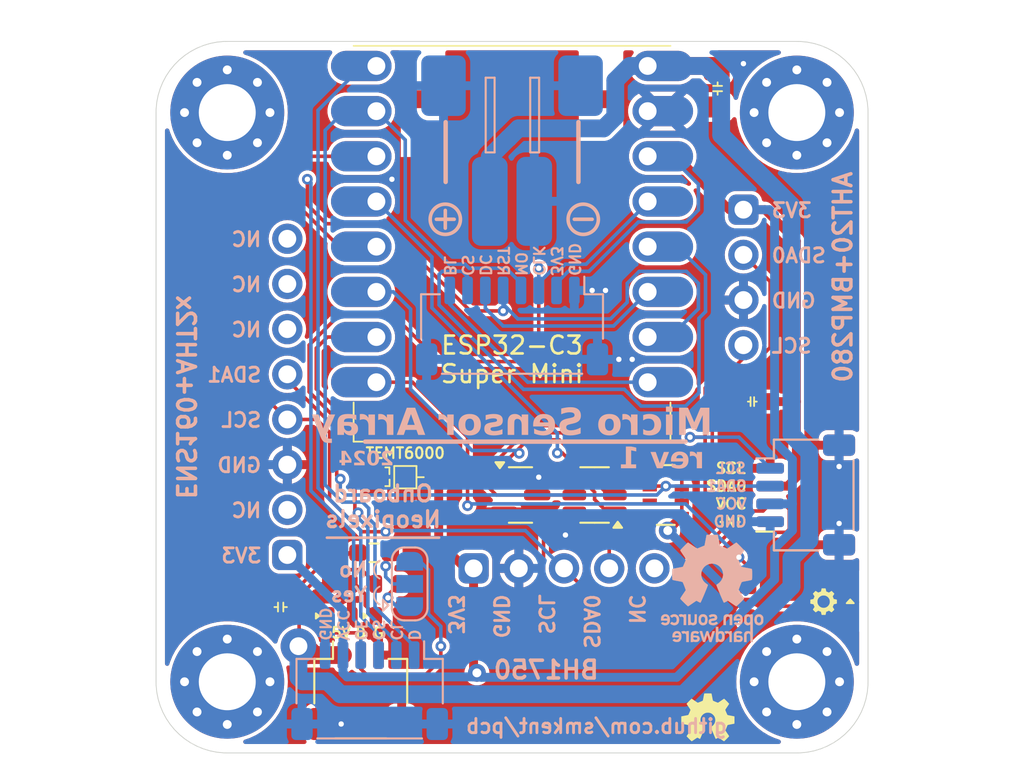
<source format=kicad_pcb>
(kicad_pcb (version 20240108) (generator "pcbnew") (generator_version "8.0")
  (layers (0 "F.Cu" signal) (31 "B.Cu" signal) (34 "B.Paste" user) (35 "F.Paste" user) (36 "B.SilkS" user "B.Silkscreen") (37 "F.SilkS" user "F.Silkscreen") (38 "B.Mask" user) (39 "F.Mask" user) (44 "Edge.Cuts" user))
  (net 0 "")
  (net 1 "LUX_SENSE")
  (net 2 "GND")
  (net 3 "+5V")
  (net 4 "Net-(LED1-A)")
  (net 5 "SEL")
  (net 6 "SDA")
  (net 7 "BUS1_SDA")
  (net 8 "BUS0_SDA")
  (net 9 "LED_STATUS")
  (net 10 "+3V3")
  (net 11 "SCL")
  (net 12 "NEOPIXEL_DATA")
  (net 13 "LCD_DC")
  (net 14 "SPI_MOSI")
  (net 15 "LCD_RESET")
  (net 16 "LCD_CS")
  (net 17 "SPI_CLK")
  (net 18 "LCD_BACKLIGHT")
  (net 19 "SR_CS")
  (net 20 "Net-(Q1A-G)")
  (net 28 "Net-(LED2-DOUT)")
  (net 29 "NEOPIXELS")
  (net 30 "Net-(JP1-C)")
  (net 31 "Net-(JP1-A)")
  (footprint "custom:JST_SH_SM04B-SRSS-TB_1x04-1MP_P1.00mm_Horizontal" (layer "F.Cu") (at 136.5 65.5 90)
    (property "Reference" "J1")
    (property "Value" "JST SH")
  )
  (footprint "custom:R_0603_1608Metric_Pad0.98x0.95mm_HandSolder_simple" (layer "F.Cu") (at 133.25 71.5 -90)
    (property "Reference" "R1" (hide yes))
    (property "Value" "5K1")
  )
  (footprint "Package_TO_SOT_SMD:SOT-23" (layer "F.Cu") (at 120.475 65.5)
    (property "Reference" "Q2" (hide yes))
    (property "Value" "BSS138")
  )
  (footprint "custom:PinSocket_1x08_P2.54mm_Horizontal_descending_simple" (layer "F.Cu") (at 107.375 51.095)
    (property "Reference" "U3" (hide yes))
    (property "Value" "~")
  )
  (footprint "custom:C_0603_1608Metric_Pad1.08x0.95mm_HandSolder" (layer "F.Cu") (at 133.5 60.25 180)
    (property "Reference" "C3" (hide yes))
    (property "Value" "10u")
  )
  (footprint "custom:C_0805_2012Metric_Pad1.18x1.45mm_HandSolder" (layer "F.Cu") (at 107 71.75 180)
    (property "Reference" "C2" (hide yes))
    (property "Value" "22u")
  )
  (footprint "Package_TO_SOT_SMD:SOT-23-6" (layer "F.Cu") (at 124.6375 65.5 180)
    (property "Reference" "Q1" (hide yes))
    (property "Value" "2N7002DW")
  )
  (footprint "lcsc:LED-SMD_4P-L2.0-W2.0-BR-1" (layer "F.Cu") (at 113 71.4 -90)
    (property "Reference" "LED2")
    (property "Value" "WS2812B-2020")
  )
  (footprint "Resistor_SMD:R_Array_Convex_4x0603" (layer "F.Cu") (at 128.6375 65.5)
    (property "Reference" "RN1" (hide yes))
    (property "Value" "10K")
  )
  (footprint "MountingHole:MountingHole_3.2mm_M3_Pad_Via" (layer "F.Cu") (at 136 76)
    (property "Reference" "REF**" (hide yes))
    (property "Value" "MountingHole_3.2mm_M3_Pad_Via")
  )
  (footprint "graphics:icon-gear-1.5mm" (layer "F.Cu") (at 137.5 71.5 90)
    (property "Reference" "G***" (hide yes))
    (property "Value" "LOGO" (hide yes))
  )
  (footprint "custom:R_0603_1608Metric_Pad0.98x0.95mm_HandSolder_simple" (layer "F.Cu") (at 114 66.5)
    (property "Reference" "R2" (hide yes))
    (property "Value" "10K")
  )
  (footprint "custom:PinSocket_1x05_P2.54mm_Horizontal_simple" (layer "F.Cu") (at 117.84 69.625 90)
    (property "Reference" "U4" (hide yes))
    (property "Value" "~")
  )
  (footprint "MountingHole:MountingHole_3.2mm_M3_Pad_Via" (layer "F.Cu") (at 104 44)
    (property "Reference" "REF**" (hide yes))
    (property "Value" "MountingHole_3.2mm_M3_Pad_Via")
  )
  (footprint "lcsc:LED-SMD_4P-L2.0-W2.0-BR-1" (layer "F.Cu") (at 110.325 71.4 -90)
    (property "Reference" "LED3")
    (property "Value" "WS2812B-2020")
  )
  (footprint "MountingHole:MountingHole_3.2mm_M3_Pad_Via" (layer "F.Cu") (at 136 44)
    (property "Reference" "REF**" (hide yes))
    (property "Value" "MountingHole_3.2mm_M3_Pad_Via")
  )
  (footprint "aliexpress:ESP32-C3-Super-Mini-Castellated-SMD" (layer "F.Cu") (at 120 49)
    (property "Reference" "U1" (hide yes))
    (property "Value" "~")
  )
  (footprint "custom:C_0805_2012Metric_Pad1.18x1.45mm_HandSolder" (layer "F.Cu") (at 131.5 42.65 -90)
    (property "Reference" "C1" (hide yes))
    (property "Value" "22u")
  )
  (footprint "MountingHole:MountingHole_3.2mm_M3_Pad_Via" (layer "F.Cu") (at 104 76)
    (property "Reference" "REF**" (hide yes))
    (property "Value" "MountingHole_3.2mm_M3_Pad_Via")
  )
  (footprint "graphics:oshw-logo-3mm" (layer "F.Cu") (at 131 78)
    (property "Reference" "G***" (hide yes))
    (property "Value" "LOGO" (hide yes))
  )
  (footprint "custom:SENSORS-SMD_TEMT6000X01_HandSolder" (layer "F.Cu") (at 114 64.5)
    (property "Reference" "U5" (hide yes))
    (property "Value" "TEMT6000X01")
  )
  (footprint "custom:LED_0603_1608Metric_Pad1.05x0.95mm_HandSolder_simple" (layer "F.Cu") (at 139 71.5 -90)
    (property "Reference" "LED1" (hide yes))
    (property "Value" "Blue")
  )
  (footprint "Resistor_SMD:R_0603_1608Metric_Pad0.98x0.95mm_HandSolder" (layer "F.Cu") (at 112.25 68.75)
    (property "Reference" "R3" (hide yes))
    (property "Value" "100R")
  )
  (footprint "custom:JST_SH_SM03B-SRSS-TB_1x03-1MP_P1.00mm_Horizontal" (layer "F.Cu") (at 111.5 76.5)
    (property "Reference" "J3")
    (property "Value" "JST SH")
  )
  (footprint "custom:PinSocket_1x04_P2.54mm_Horizontal_descending_simple" (layer "F.Cu") (at 133 57.08 180)
    (property "Reference" "U2" (hide yes))
    (property "Value" "~")
  )
  (footprint "custom:JST_SH_SM04B-SRSS-TB_1x04-1MP_P1.00mm_Horizontal" (layer "B.Cu") (at 136.5 65.5 -90)
    (property "Reference" "J2")
    (property "Value" "JST SH")
  )
  (footprint "custom:JST_SH_SM08B-SRSS-TB_1x08-1MP_P1.00mm_Horizontal" (layer "B.Cu") (at 120 56 180)
    (property "Reference" "J4")
    (property "Value" "JST SH")
  )
  (footprint "custom:JST_SH_SM06B-SRSS-TB_1x06-1MP_P1.00mm_Horizontal" (layer "B.Cu") (at 112 76.5 180)
    (property "Reference" "J5")
    (property "Value" "JST SH")
  )
  (footprint "custom:Conn_Combo_JST-1x02-XH_PH-SMD-pad2gnd" (layer "B.Cu") (at 120.000114 48.240541)
    (property "Reference" "J0" (hide yes))
    (property "Value" "JST XH/PH")
  )
  (footprint "Jumper:SolderJumper-3_P1.3mm_Open_RoundedPad1.0x1.5mm" (layer "B.Cu") (at 114.25 70.5 90)
    (property "Reference" "JP1" (hide yes))
    (property "Value" "Open")
  )
  (footprint "Symbol:OSHW-Logo_5.7x6mm_SilkScreen" (layer "B.Cu") (at 131.25 70.75 180)
    (property "Reference" "REF**" (hide yes))
    (property "Value" "OSHW-Logo_5.7x6mm_SilkScreen" (hide yes))
  )
  (gr_arc (start 112.559016 71.649999) (mid 112.25 71.15) (end 112.559016 70.650001) (stroke (width 0.1)) (layer "B.SilkS"))
  (gr_arc (start 112.559016 70.199998) (mid 112.249999 69.699999) (end 112.559016 69.2) (stroke (width 0.1)) (layer "B.SilkS"))
  (gr_line (start 116.25 50.5) (end 116.25 49.5) (stroke (width 0.2)) (layer "B.SilkS"))
  (gr_circle (center 124 50) (end 123.15 50) (stroke (width 0.2)) (fill none) (layer "B.SilkS"))
  (gr_line (start 116.75 50) (end 115.75 50) (stroke (width 0.2)) (layer "B.SilkS"))
  (gr_line (start 129.75 62.5) (end 111.75 62.5) (stroke (width 0.25)) (layer "B.SilkS"))
  (gr_circle (center 116.25 50) (end 115.4 50) (stroke (width 0.2)) (fill none) (layer "B.SilkS"))
  (gr_line (start 124.5 50) (end 123.5 50) (stroke (width 0.2)) (layer "B.SilkS"))
  (gr_line (start 115.9 67.9) (end 109.6 67.9) (stroke (width 0.15)) (layer "B.SilkS"))
  (gr_poly (pts (xy 104 40) (xy 103.80361 40.002394) (xy 103.412722 40.040893) (xy 103.02749 40.117521) (xy 102.651623 40.231539) (xy 102.288742 40.381849) (xy 101.942341 40.567004) (xy 101.615757 40.78522) (xy 101.312134 41.034397) (xy 101.034397 41.312134) (xy 100.78522 41.615757) (xy 100.567004 41.942341) (xy 100.381849 42.288742) (xy 100.231539 42.651623) (xy 100.117521 43.02749) (xy 100.040893 43.412722) (xy 100.002394 43.80361) (xy 100 44) (xy 100 54) (xy 100 66) (xy 100 76) (xy 100.002394 76.19639) (xy 100.040893 76.587278) (xy 100.117521 76.97251) (xy 100.231539 77.348377) (xy 100.381849 77.711258) (xy 100.567004 78.057659) (xy 100.78522 78.384243) (xy 101.034397 78.687866) (xy 101.312134 78.965603) (xy 101.615757 79.21478) (xy 101.942341 79.432996) (xy 102.288742 79.618151) (xy 102.651623 79.768461) (xy 103.02749 79.882479) (xy 103.412722 79.959107) (xy 103.80361 79.997606) (xy 104 80) (xy 136 80) (xy 136.19639 79.997606) (xy 136.587278 79.959107) (xy 136.97251 79.882479) (xy 137.348377 79.768461) (xy 137.711258 79.618151) (xy 138.057659 79.432996) (xy 138.384243 79.21478) (xy 138.687866 78.965603) (xy 138.965603 78.687866) (xy 139.21478 78.384243) (xy 139.432996 78.057659) (xy 139.618151 77.711258) (xy 139.768461 77.348377) (xy 139.882479 76.97251) (xy 139.959107 76.587278) (xy 139.997606 76.19639) (xy 140 76) (xy 140 66) (xy 140 54) (xy 140 44) (xy 139.997606 43.80361) (xy 139.959107 43.412722) (xy 139.882479 43.02749) (xy 139.768461 42.651623) (xy 139.618151 42.288742) (xy 139.432996 41.942341) (xy 139.21478 41.615757) (xy 138.965603 41.312134) (xy 138.687866 41.034397) (xy 138.384243 40.78522) (xy 138.057659 40.567004) (xy 137.711258 40.381849) (xy 137.348377 40.231539) (xy 136.97251 40.117521) (xy 136.587278 40.040893) (xy 136.19639 40.002394) (xy 136 40)) (stroke (width 0.05)) (fill none) (layer "Edge.Cuts"))
  (gr_text "GND" (at 119.38 71 270) (layer "B.SilkS") (effects (font (size 0.8 0.8) (thickness 0.16) (bold yes)) (justify right mirror)))
  (gr_text "NC" (at 127 71 270) (layer "B.SilkS") (effects (font (size 0.8 0.8) (thickness 0.16) (bold yes)) (justify right mirror)))
  (gr_text "3V3" (at 106 68.91 0) (layer "B.SilkS") (effects (font (size 0.8 0.8) (thickness 0.16) (bold yes)) (justify left mirror)))
  (gr_text "CS" (at 117.5 53.25 -90) (layer "B.SilkS") (effects (font (size 0.6 0.6) (thickness 0.12) (bold yes)) (justify left mirror)))
  (gr_text "Micro Sensor Array" (at 120 61.5 -0) (layer "B.SilkS") (effects (font (size 1.5 1.5) (thickness 0.3) (bold yes)) (justify mirror)))
  (gr_text "GND" (at 109.5 73.75 -90) (layer "B.SilkS") (effects (font (size 0.6 0.6) (thickness 0.12) (bold yes)) (justify left mirror)))
  (gr_text "SDA1" (at 106 58.75 0) (layer "B.SilkS") (effects (font (size 0.8 0.8) (thickness 0.16) (bold yes)) (justify left mirror)))
  (gr_text "No" (at 111.95 69.699999 0) (layer "B.SilkS") (effects (font (size 0.8 0.8) (thickness 0.16) (bold yes)) (justify left mirror)))
  (gr_text "Onboard\nNeopixels" (at 112.75 67.4 0) (layer "B.SilkS") (effects (font (size 0.9 0.9) (thickness 0.18) (bold yes)) (justify bottom mirror)))
  (gr_text "D" (at 114.5 73.75 -90) (layer "B.SilkS") (effects (font (size 0.6 0.6) (thickness 0.12) (bold yes)) (justify left mirror)))
  (gr_text "SDA0" (at 124.46 71 270) (layer "B.SilkS") (effects (font (size 0.8 0.8) (thickness 0.16) (bold yes)) (justify right mirror)))
  (gr_text "rev 1" (at 126 63.5 0) (layer "B.SilkS") (effects (font (size 1.2 1.2) (thickness 0.24) (bold yes)) (justify right mirror)))
  (gr_text "github.com/smkent/pcb" (at 124.75 78.5 0) (layer "B.SilkS") (effects (font (size 0.8 0.8) (thickness 0.16) (bold yes)) (justify mirror)))
  (gr_text "GND" (at 123.5 53.25 -90) (layer "B.SilkS") (effects (font (size 0.6 0.6) (thickness 0.12) (bold yes)) (justify left mirror)))
  (gr_text "BL" (at 116.5 53.25 -90) (layer "B.SilkS") (effects (font (size 0.6 0.6) (thickness 0.12) (bold yes)) (justify left mirror)))
  (gr_text "SCL" (at 121.92 71 270) (layer "B.SilkS") (effects (font (size 0.8 0.8) (thickness 0.16) (bold yes)) (justify right mirror)))
  (gr_text "RST" (at 119.5 53.25 -90) (layer "B.SilkS") (effects (font (size 0.6 0.6) (thickness 0.12) (bold yes)) (justify left mirror)))
  (gr_text "NC" (at 106 56.21 0) (layer "B.SilkS") (effects (font (size 0.8 0.8) (thickness 0.16) (bold yes)) (justify left mirror)))
  (gr_text "AHT20+BMP280" (at 138 53.25 90) (layer "B.SilkS") (effects (font (size 1 1) (thickness 0.2) (bold yes)) (justify top mirror)))
  (gr_text "MO" (at 120.5 53.25 -90) (layer "B.SilkS") (effects (font (size 0.6 0.6) (thickness 0.12) (bold yes)) (justify left mirror)))
  (gr_text "VCC" (at 133.25 66 0) (layer "B.SilkS") (effects (font (size 0.6 0.6) (thickness 0.12) (bold yes)) (justify left mirror)))
  (gr_text "VCC" (at 110.5 73.75 -90) (layer "B.SilkS") (effects (font (size 0.6 0.6) (thickness 0.12) (bold yes)) (justify left mirror)))
  (gr_text "GND" (at 106 63.83 0) (layer "B.SilkS") (effects (font (size 0.8 0.8) (thickness 0.16) (bold yes)) (justify left mirror)))
  (gr_text "DC" (at 118.5 53.25 -90) (layer "B.SilkS") (effects (font (size 0.6 0.6) (thickness 0.12) (bold yes)) (justify left mirror)))
  (gr_text "BH1750" (at 121.92 74.75 0) (layer "B.SilkS") (effects (font (size 1 1) (thickness 0.2) (bold yes)) (justify top mirror)))
  (gr_text "3V3" (at 122.5 53.25 -90) (layer "B.SilkS") (effects (font (size 0.6 0.6) (thickness 0.12) (bold yes)) (justify left mirror)))
  (gr_text "ENS160+AHT2x" (at 102.25 60 -90) (layer "B.SilkS") (effects (font (size 1 1) (thickness 0.2) (bold yes)) (justify top mirror)))
  (gr_text "NC" (at 106 51.13 0) (layer "B.SilkS") (effects (font (size 0.8 0.8) (thickness 0.16) (bold yes)) (justify left mirror)))
  (gr_text "SCL" (at 134.5 57.12 0) (layer "B.SilkS") (effects (font (size 0.8 0.8) (thickness 0.16) (bold yes)) (justify right mirror)))
  (gr_text "CL" (at 113.5 73.75 -90) (layer "B.SilkS") (effects (font (size 0.6 0.6) (thickness 0.12) (bold yes)) (justify left mirror)))
  (gr_text "GND" (at 134.5 54.58 0) (layer "B.SilkS") (effects (font (size 0.8 0.8) (thickness 0.16) (bold yes)) (justify right mirror)))
  (gr_text "SDA1" (at 133.25 65 0) (layer "B.SilkS") (effects (font (size 0.6 0.6) (thickness 0.12) (bold yes)) (justify left mirror)))
  (gr_text "NC" (at 106 53.67 0) (layer "B.SilkS") (effects (font (size 0.8 0.8) (thickness 0.16) (bold yes)) (justify left mirror)))
  (gr_text "NC" (at 106 66.37 0) (layer "B.SilkS") (effects (font (size 0.8 0.8) (thickness 0.16) (bold yes)) (justify left mirror)))
  (gr_text "OE" (at 111.5 73.75 -90) (layer "B.SilkS") (effects (font (size 0.6 0.6) (thickness 0.12) (bold yes)) (justify left mirror)))
  (gr_text "SDA0" (at 134.5 52.04 0) (layer "B.SilkS") (effects (font (size 0.8 0.8) (thickness 0.16) (bold yes)) (justify right mirror)))
  (gr_text "3V3" (at 134.5 49.5 0) (layer "B.SilkS") (effects (font (size 0.8 0.8) (thickness 0.16) (bold yes)) (justify right mirror)))
  (gr_text "CLK" (at 121.5 53.25 -90) (layer "B.SilkS") (effects (font (size 0.6 0.6) (thickness 0.12) (bold yes)) (justify left mirror)))
  (gr_text "SCL" (at 106 61.29 0) (layer "B.SilkS") (effects (font (size 0.8 0.8) (thickness 0.16) (bold yes)) (justify left mirror)))
  (gr_text "GND" (at 133.25 67 0) (layer "B.SilkS") (effects (font (size 0.6 0.6) (thickness 0.12) (bold yes)) (justify left mirror)))
  (gr_text "CS" (at 112.5 73.75 -90) (layer "B.SilkS") (effects (font (size 0.6 0.6) (thickness 0.12) (bold yes)) (justify left mirror)))
  (gr_text "2024" (at 110.25 63.5 0) (layer "B.SilkS") (effects (font (size 0.8 0.8) (thickness 0.24) (bold yes)) (justify right mirror)))
  (gr_text "SCL" (at 133.2 64 0) (layer "B.SilkS") (effects (font (size 0.6 0.6) (thickness 0.12) (bold yes)) (justify left mirror)))
  (gr_text "Yes" (at 111.95 71.1 0) (layer "B.SilkS") (effects (font (size 0.8 0.8) (thickness 0.16) (bold yes)) (justify left mirror)))
  (gr_text "3V3" (at 116.84 71 270) (layer "B.SilkS") (effects (font (size 0.8 0.8) (thickness 0.16) (bold yes)) (justify right mirror)))
  (gr_text "VCC" (at 133.25 66 0) (layer "F.SilkS") (effects (font (size 0.6 0.6) (thickness 0.12) (bold yes)) (justify right)))
  (gr_text "SCL" (at 133.2 64 0) (layer "F.SilkS") (effects (font (size 0.6 0.6) (thickness 0.12) (bold yes)) (justify right)))
  (gr_text "SDA0" (at 133.25 65 0) (layer "F.SilkS") (effects (font (size 0.6 0.6) (thickness 0.12) (bold yes)) (justify right)))
  (gr_text "5V" (at 110.4 73.6 0) (layer "F.SilkS") (effects (font (size 0.6 0.6) (thickness 0.12) (bold yes)) (justify bottom)))
  (gr_text "G" (at 112.5 73.6 0) (layer "F.SilkS") (effects (font (size 0.6 0.6) (thickness 0.12) (bold yes)) (justify bottom)))
  (gr_text "GND" (at 133.25 67 0) (layer "F.SilkS") (effects (font (size 0.6 0.6) (thickness 0.12) (bold yes)) (justify right)))
  (gr_text "D" (at 111.5 73.6 0) (layer "F.SilkS") (effects (font (size 0.6 0.6) (thickness 0.12) (bold yes)) (justify bottom)))
  (gr_text "TEMT6000" (at 114 63.5 0) (layer "F.SilkS") (effects (font (size 0.6 0.6) (thickness 0.12) (bold yes)) (justify bottom)))
  (segment (start 111.69 63.94) (end 110.95 63.2) (width 0.2) (layer "F.Cu") (net 1))
  (segment (start 109 59.535) (end 109 57.25) (width 0.2) (layer "F.Cu") (net 1))
  (segment (start 112.77 63.94) (end 112.12 63.94) (width 0.2) (layer "F.Cu") (net 1))
  (segment (start 113.0875 64.2575) (end 112.77 63.94) (width 0.2) (layer "F.Cu") (net 1))
  (segment (start 109.63 56.62) (end 112.38 56.62) (width 0.2) (layer "F.Cu") (net 1))
  (segment (start 110.95 63.2) (end 110.95 61.485) (width 0.2) (layer "F.Cu") (net 1))
  (segment (start 112.12 63.94) (end 111.69 63.94) (width 0.2) (layer "F.Cu") (net 1))
  (segment (start 113.0875 66.5) (end 113.0875 64.2575) (width 0.2) (layer "F.Cu") (net 1))
  (segment (start 109 57.25) (end 109.63 56.62) (width 0.2) (layer "F.Cu") (net 1))
  (segment (start 110.95 61.485) (end 109 59.535) (width 0.2) (layer "F.Cu") (net 1))
  (segment (start 111.415686 72.85) (end 112.5 73.934314) (width 0.2) (layer "F.Cu") (net 2))
  (segment (start 110.975 72.725) (end 111.1 72.85) (width 0.2) (layer "F.Cu") (net 2))
  (segment (start 111.1 72.85) (end 111.415686 72.85) (width 0.2) (layer "F.Cu") (net 2))
  (segment (start 112.5 73.934314) (end 112.5 74.5) (width 0.2) (layer "F.Cu") (net 2))
  (segment (start 110.975 72.3) (end 110.975 72.725) (width 0.2) (layer "F.Cu") (net 2))
  (via (at 121.5 64.5) (size 0.6) (drill 0.3) (layers "F.Cu" "B.Cu") (net 2))
  (via (at 110.4 78.375) (size 0.6) (drill 0.3) (layers "F.Cu" "B.Cu") (net 2))
  (via (at 138.375 67.1) (size 0.6) (drill 0.3) (layers "F.Cu" "B.Cu") (net 2))
  (via (at 123 67.75) (size 0.6) (drill 0.3) (layers "F.Cu" "B.Cu") (net 2))
  (via (at 126.75 57.875) (size 0.6) (drill 0.3) (layers "F.Cu" "B.Cu") (net 2))
  (via (at 124.5 54) (size 0.6) (drill 0.3) (layers "F.Cu" "B.Cu") (net 2))
  (via (at 138.375 63.9) (size 0.6) (drill 0.3) (layers "F.Cu" "B.Cu") (net 2))
  (via (at 133 41.25) (size 0.6) (drill 0.3) (layers "F.Cu" "B.Cu") (net 2))
  (via (at 113.25 47.75) (size 0.6) (drill 0.3) (layers "F.Cu" "B.Cu") (net 2))
  (via (at 126 57.875) (size 0.6) (drill 0.3) (layers "F.Cu" "B.Cu") (net 2))
  (via (at 125.25 54) (size 0.6) (drill 0.3) (layers "F.Cu" "B.Cu") (net 2))
  (segment (start 134.5 67) (end 134.75 67) (width 0.2) (layer "B.Cu") (net 2))
  (segment (start 108.0375 71.2125) (end 108.0375 71.75) (width 0.2) (layer "F.Cu") (net 3))
  (segment (start 109.675 70.5) (end 108.75 70.5) (width 0.2) (layer "F.Cu") (net 3))
  (segment (start 108 74) (end 108.5 74.5) (width 1) (layer "F.Cu") (net 3))
  (segment (start 111.55 69.7) (end 110.475 69.7) (width 0.2) (layer "F.Cu") (net 3))
  (segment (start 109.5 74.5) (end 108.0375 73.0375) (width 0.2) (layer "F.Cu") (net 3))
  (segment (start 108.75 70.5) (end 108.0375 71.2125) (width 0.2) (layer "F.Cu") (net 3))
  (segment (start 110.5 74.5) (end 109.5 74.5) (width 0.2) (layer "F.Cu") (net 3))
  (segment (start 127.62 41.38) (end 131.2675 41.38) (width 1) (layer "F.Cu") (net 3))
  (segment (start 108.0375 73.0375) (end 108.0375 71.75) (width 0.2) (layer "F.Cu") (net 3))
  (segment (start 131.2675 41.38) (end 131.5 41.6125) (width 1) (layer "F.Cu") (net 3))
  (segment (start 108.5 74.5) (end 110.5 74.5) (width 1) (layer "F.Cu") (net 3))
  (segment (start 110.475 69.7) (end 109.675 70.5) (width 0.2) (layer "F.Cu") (net 3))
  (segment (start 112.35 70.5) (end 111.55 69.7) (width 0.2) (layer "F.Cu") (net 3))
  (via (at 108 74) (size 2) (drill 1) (layers "F.Cu" "B.Cu") (net 3))
  (segment (start 135.7 62.106498) (end 136.7 63.106498) (width 1) (layer "B.Cu") (net 3))
  (segment (start 126.62 41.38) (end 127.62 41.38) (width 1) (layer "B.Cu") (net 3))
  (segment (start 118.750114 46.490541) (end 119.796671 45.443984) (width 1) (layer "B.Cu") (net 3))
  (segment (start 131.75 42.25) (end 131.75 45.265433) (width 1) (layer "B.Cu") (net 3))
  (segment (start 135.7 69.05) (end 135.7 70.643503) (width 1) (layer "B.Cu") (net 3))
  (segment (start 125.800114 44.236413) (end 125.800114 42.199886) (width 1) (layer "B.Cu") (net 3))
  (segment (start 120.359459 44.890541) (end 125.145986 44.890541) (width 1) (layer "B.Cu") (net 3))
  (segment (start 118.750114 48.990541) (end 118.750114 46.490541) (width 1) (layer "B.Cu") (net 3))
  (segment (start 135.7 70.643503) (end 129.643503 76.7) (width 1) (layer "B.Cu") (net 3))
  (segment (start 108 75.75) (end 108 74) (width 1) (layer "B.Cu") (net 3))
  (segment (start 110.356498 76.7) (end 109.631498 75.975) (width 1) (layer "B.Cu") (net 3))
  (segment (start 125.145986 44.890541) (end 125.800114 44.236413) (width 1) (layer "B.Cu") (net 3))
  (segment (start 109.631498 75.975) (end 108.225 75.975) (width 1) (layer "B.Cu") (net 3))
  (segment (start 129.643503 76.7) (end 110.356498 76.7) (width 1) (layer "B.Cu") (net 3))
  (segment (start 135.7 49.215433) (end 135.7 62.106498) (width 1) (layer "B.Cu") (net 3))
  (segment (start 108.225 75.975) (end 108 75.75) (width 1) (layer "B.Cu") (net 3))
  (segment (start 127.62 41.38) (end 130.88 41.38) (width 1) (layer "B.Cu") (net 3))
  (segment (start 136.7 63.106498) (end 136.7 68.05) (width 1) (layer "B.Cu") (net 3))
  (segment (start 131.75 45.265433) (end 135.7 49.215433) (width 1) (layer "B.Cu") (net 3))
  (segment (start 125.800114 42.199886) (end 126.62 41.38) (width 1) (layer "B.Cu") (net 3))
  (segment (start 136.7 68.05) (end 135.7 69.05) (width 1) (layer "B.Cu") (net 3))
  (segment (start 130.88 41.38) (end 131.75 42.25) (width 1) (layer "B.Cu") (net 3))
  (segment (start 119.796671 45.443984) (end 119.806016 45.443984) (width 1) (layer "B.Cu") (net 3))
  (segment (start 119.806016 45.443984) (end 120.359459 44.890541) (width 1) (layer "B.Cu") (net 3))
  (segment (start 134.45625 71.75) (end 137.8125 71.75) (width 0.2) (layer "F.Cu") (net 4))
  (segment (start 138.4375 72.375) (end 139 72.375) (width 0.2) (layer "F.Cu") (net 4))
  (segment (start 137.8125 71.75) (end 138.4375 72.375) (width 0.2) (layer "F.Cu") (net 4))
  (segment (start 133.79375 72.4125) (end 134.45625 71.75) (width 0.2) (layer "F.Cu") (net 4))
  (segment (start 133.25 72.4125) (end 133.79375 72.4125) (width 0.2) (layer "F.Cu") (net 4))
  (segment (start 119.5375 63.737634) (end 120.875134 62.4) (width 0.2) (layer "F.Cu") (net 5))
  (segment (start 122.653052 62.4) (end 124.4625 64.209448) (width 0.2) (layer "F.Cu") (net 5))
  (segment (start 124.4625 64.540552) (end 125.421948 65.5) (width 0.2) (layer "F.Cu") (net 5))
  (segment (start 120.875134 62.4) (end 122.653052 62.4) (width 0.2) (layer "F.Cu") (net 5))
  (segment (start 125.421948 65.5) (end 125.775 65.5) (width 0.2) (layer "F.Cu") (net 5))
  (segment (start 124.4625 64.209448) (end 124.4625 64.540552) (width 0.2) (layer "F.Cu") (net 5))
  (segment (start 119.5375 64.55) (end 119.5375 63.737634) (width 0.2) (layer "F.Cu") (net 5))
  (via (at 120.403989 63.153989) (size 0.6) (drill 0.3) (layers "F.Cu" "B.Cu") (net 5))
  (segment (start 120.403989 63.153989) (end 120.25 63) (width 0.2) (layer "B.Cu") (net 5))
  (segment (start 113.33 54.08) (end 112.38 54.08) (width 0.2) (layer "B.Cu") (net 5))
  (segment (start 120.25 63) (end 117.75 63) (width 0.2) (layer "B.Cu") (net 5))
  (segment (start 114.3 55.05) (end 113.33 54.08) (width 0.2) (layer "B.Cu") (net 5))
  (segment (start 117.75 63) (end 114.3 59.55) (width 0.2) (layer "B.Cu") (net 5))
  (segment (start 114.3 59.55) (end 114.3 55.05) (width 0.2) (layer "B.Cu") (net 5))
  (segment (start 123.5 64.55) (end 123.853052 64.55) (width 0.2) (layer "F.Cu") (net 6))
  (segment (start 124.6375 65.334448) (end 124.6375 65.75) (width 0.2) (layer "F.Cu") (net 6))
  (segment (start 122.828788 63.141422) (end 123.5 63.812634) (width 0.2) (layer "F.Cu") (net 6))
  (segment (start 123.853052 64.55) (end 124.6375 65.334448) (width 0.2) (layer "F.Cu") (net 6))
  (segment (start 125.3375 66.45) (end 125.775 66.45) (width 0.2) (layer "F.Cu") (net 6))
  (segment (start 123.5 63.812634) (end 123.5 64.55) (width 0.2) (layer "F.Cu") (net 6))
  (segment (start 124.6375 65.75) (end 125.3375 66.45) (width 0.2) (layer "F.Cu") (net 6))
  (segment (start 122.545944 63.141422) (end 122.828788 63.141422) (width 0.2) (layer "F.Cu") (net 6))
  (via (at 122.545944 63.141422) (size 0.6) (drill 0.3) (layers "F.Cu" "B.Cu") (net 6))
  (segment (start 115.5 54.981238) (end 115.5 52.12) (width 0.2) (layer "B.Cu") (net 6))
  (segment (start 115.5 52.12) (end 112.38 49) (width 0.2) (layer "B.Cu") (net 6))
  (segment (start 122.545944 63.141422) (end 122.545944 62.027182) (width 0.2) (layer "B.Cu") (net 6))
  (segment (start 122.545944 62.027182) (end 115.5 54.981238) (width 0.2) (layer "B.Cu") (net 6))
  (segment (start 127.8375 65) (end 127.7375 65.1) (width 0.2) (layer "F.Cu") (net 7))
  (segment (start 127.7375 65.1) (end 127.1375 65.1) (width 0.2) (layer "F.Cu") (net 7))
  (segment (start 110.15 61.816372) (end 107.375 59.041372) (width 0.2) (layer "F.Cu") (net 7))
  (segment (start 126.5875 64.55) (end 125.775 64.55) (width 0.2) (layer "F.Cu") (net 7))
  (segment (start 107.375 59.041372) (end 107.375 58.715) (width 0.2) (layer "F.Cu") (net 7))
  (segment (start 110.35 64.601162) (end 110.15 64.401162) (width 0.2) (layer "F.Cu") (net 7))
  (segment (start 110.15 64.401162) (end 110.15 61.816372) (width 0.2) (layer "F.Cu") (net 7))
  (segment (start 127.1375 65.1) (end 126.5875 64.55) (width 0.2) (layer "F.Cu") (net 7))
  (segment (start 128.637498 65) (end 127.8375 65) (width 0.2) (layer "F.Cu") (net 7))
  (via (at 110.35 64.601162) (size 0.6) (drill 0.3) (layers "F.Cu" "B.Cu") (net 7))
  (via (at 128.637498 65) (size 0.6) (drill 0.3) (layers "F.Cu" "B.Cu") (net 7))
  (segment (start 110.35 64.601162) (end 110.35 65.218628) (width 0.2) (layer "B.Cu") (net 7))
  (segment (start 128.137498 65.5) (end 128.637498 65) (width 0.2) (layer "B.Cu") (net 7))
  (segment (start 110.35 65.218628) (end 110.631372 65.5) (width 0.2) (layer "B.Cu") (net 7))
  (segment (start 110.631372 65.5) (end 128.137498 65.5) (width 0.2) (layer "B.Cu") (net 7))
  (segment (start 134.5 65) (end 128.637498 65) (width 0.2) (layer "B.Cu") (net 7))
  (segment (start 135.575 66.300001) (end 135.274999 66) (width 0.2) (layer "F.Cu") (net 8))
  (segment (start 122.843654 71.175) (end 128.642032 71.175) (width 0.2) (layer "F.Cu") (net 8))
  (segment (start 129.55 70.265686) (end 132.215686 67.6) (width 0.2) (layer "F.Cu") (net 8))
  (segment (start 126.9375 66.7) (end 126.5375 67.1) (width 0.2) (layer "F.Cu") (net 8))
  (segment (start 133.135685 58.23) (end 133.476346 58.23) (width 0.2) (layer "F.Cu") (net 8))
  (segment (start 132.265685 59.1) (end 133.135685 58.23) (width 0.2) (layer "F.Cu") (net 8))
  (segment (start 135.274999 66) (end 134.5 66) (width 0.2) (layer "F.Cu") (net 8))
  (segment (start 132.15 66.4) (end 131.25 65.5) (width 0.2) (layer "F.Cu") (net 8))
  (segment (start 129.55 70.267032) (end 129.55 70.265686) (width 0.2) (layer "F.Cu") (net 8))
  (segment (start 134.5 53.5) (end 133 52) (width 0.2) (layer "F.Cu") (net 8))
  (segment (start 131.8 59.1) (end 132.265685 59.1) (width 0.2) (layer "F.Cu") (net 8))
  (segment (start 134.5 57.206346) (end 134.5 53.5) (width 0.2) (layer "F.Cu") (net 8))
  (segment (start 121.77 70.101346) (end 122.843654 71.175) (width 0.2) (layer "F.Cu") (net 8))
  (segment (start 131.25 65.5) (end 131.25 59.65) (width 0.2) (layer "F.Cu") (net 8))
  (segment (start 123.5 66.45) (end 122.837501 66.45) (width 0.2) (layer "F.Cu") (net 8))
  (segment (start 128.642032 71.175) (end 129.55 70.267032) (width 0.2) (layer "F.Cu") (net 8))
  (segment (start 121.77 67.517501) (end 121.77 70.101346) (width 0.2) (layer "F.Cu") (net 8))
  (segment (start 132.215686 67.6) (end 135.4 67.6) (width 0.2) (layer "F.Cu") (net 8))
  (segment (start 133.476346 58.23) (end 134.5 57.206346) (width 0.2) (layer "F.Cu") (net 8))
  (segment (start 135.4 67.6) (end 135.575 67.425) (width 0.2) (layer "F.Cu") (net 8))
  (segment (start 135.575 67.425) (end 135.575 66.300001) (width 0.2) (layer "F.Cu") (net 8))
  (segment (start 134.1 66.4) (end 132.15 66.4) (width 0.2) (layer "F.Cu") (net 8))
  (segment (start 127.7375 66.7) (end 126.9375 66.7) (width 0.2) (layer "F.Cu") (net 8))
  (segment (start 122.837501 66.45) (end 121.77 67.517501) (width 0.2) (layer "F.Cu") (net 8))
  (segment (start 124.025 66.975) (end 123.5 66.45) (width 0.2) (layer "F.Cu") (net 8))
  (segment (start 134.5 66) (end 134.1 66.4) (width 0.2) (layer "F.Cu") (net 8))
  (segment (start 124.15 67.1) (end 124.025 66.975) (width 0.2) (layer "F.Cu") (net 8))
  (segment (start 125.46 68.41) (end 124.025 66.975) (width 0.2) (layer "F.Cu") (net 8))
  (segment (start 126.5375 67.1) (end 124.15 67.1) (width 0.2) (layer "F.Cu") (net 8))
  (segment (start 131.25 59.65) (end 131.8 59.1) (width 0.2) (layer "F.Cu") (net 8))
  (segment (start 125.46 69.625) (end 125.46 68.41) (width 0.2) (layer "F.Cu") (net 8))
  (segment (start 117.5 62.25) (end 114.41 59.16) (width 0.2) (layer "F.Cu") (net 9))
  (segment (start 117.5 66.1) (end 117.5 62.25) (width 0.2) (layer "F.Cu") (net 9))
  (segment (start 132.75 69) (end 133.25 69.5) (width 0.2) (layer "F.Cu") (net 9))
  (segment (start 133.25 69.5) (end 133.25 70.5875) (width 0.2) (layer "F.Cu") (net 9))
  (segment (start 114.41 59.16) (end 112.38 59.16) (width 0.2) (layer "F.Cu") (net 9))
  (via (at 117.5 66.1) (size 0.6) (drill 0.3) (layers "F.Cu" "B.Cu") (net 9))
  (via (at 132.75 69) (size 0.6) (drill 0.3) (layers "F.Cu" "B.Cu") (net 9))
  (segment (start 129.75 66) (end 132.75 69) (width 0.2) (layer "B.Cu") (net 9))
  (segment (start 117.6 66) (end 129.75 66) (width 0.2) (layer "B.Cu") (net 9))
  (segment (start 117.5 66.1) (end 117.6 66) (width 0.2) (layer "B.Cu") (net 9))
  (segment (start 115.88 64.5) (end 115.88 68.13) (width 0.5) (layer "F.Cu") (net 10))
  (segment (start 115.88 68.13) (end 117.375 69.625) (width 0.5) (layer "F.Cu") (net 10))
  (segment (start 117.84 75.315) (end 117.84 69.625) (width 0.5) (layer "F.Cu") (net 10))
  (segment (start 129.5375 65.9) (end 129.5375 66.7) (width 0.2) (layer "F.Cu") (net 10))
  (segment (start 132.21 49.46) (end 129.21 46.46) (width 0.5) (layer "F.Cu") (net 10))
  (segment (start 129.5375 65.9) (end 129.5375 64.3) (width 0.2) (layer "F.Cu") (net 10))
  (segment (start 133 49.46) (end 132.21 49.46) (width 0.5) (layer "F.Cu") (net 10))
  (segment (start 135.975 64.506238) (end 135.481238 65) (width 0.5) (layer "F.Cu") (net 10))
  (segment (start 135.975 51.225) (end 134.21 49.46) (width 0.5) (layer "F.Cu") (net 10))
  (segment (start 129.21 46.46) (end 127.62 46.46) (width 0.5) (layer "F.Cu") (net 10))
  (segment (start 118.025 75.5) (end 117.84 75.315) (width 0.5) (layer "F.Cu") (net 10))
  (segment (start 117.375 69.625) (end 117.84 69.625) (width 0.5) (layer "F.Cu") (net 10))
  (segment (start 135.975 60.25) (end 135.975 51.225) (width 0.5) (layer "F.Cu") (net 10))
  (segment (start 128.75 67.5) (end 128.75 67.4875) (width 0.5) (layer "F.Cu") (net 10))
  (segment (start 135.481238 65) (end 134.5 65) (width 0.5) (layer "F.Cu") (net 10))
  (segment (start 134.21 49.46) (end 133 49.46) (width 0.5) (layer "F.Cu") (net 10))
  (segment (start 128.75 67.4875) (end 129.5375 66.7) (width 0.5) (layer "F.Cu") (net 10))
  (segment (start 135.975 60.25) (end 135.975 64.506238) (width 0.5) (layer "F.Cu") (net 10))
  (segment (start 135.975 60.25) (end 134.3625 60.25) (width 0.5) (layer "F.Cu") (net 10))
  (via (at 128.75 67.5) (size 1) (drill 0.5) (layers "F.Cu" "B.Cu") (net 10))
  (via (at 118.025 75.5) (size 1) (drill 0.5) (layers "F.Cu" "B.Cu") (net 10))
  (segment (start 134.75 62.5) (end 134.75 49.75) (width 0.5) (layer "B.Cu") (net 10))
  (segment (start 122.5 54) (end 122.5 53.584448) (width 0.2) (layer "B.Cu") (net 10))
  (segment (start 128.75 67.5) (end 133.125 71.875) (width 0.5) (layer "B.Cu") (net 10))
  (segment (start 134.75 70.25) (end 134.75 68.5) (width 0.5) (layer "B.Cu") (net 10))
  (segment (start 133.125 71.875) (end 134.75 70.25) (width 0.5) (layer "B.Cu") (net 10))
  (segment (start 110.725 75.725) (end 110.5 75.5) (width 0.5) (layer "B.Cu") (net 10))
  (segment (start 130.47 49.476346) (end 130.47 48.03) (width 0.2) (layer "B.Cu") (net 10))
  (segment (start 129.25 75.75) (end 133.125 71.875) (width 0.5) (layer "B.Cu") (net 10))
  (segment (start 110.5 72) (end 110.5 74.5) (width 0.5) (layer "B.Cu") (net 10))
  (segment (start 110.5 75.5) (end 110.5 74.5) (width 0.5) (layer "B.Cu") (net 10))
  (segment (start 128.9 46.46) (end 127.62 46.46) (width 0.2) (layer "B.Cu") (net 10))
  (segment (start 130.47 48.03) (end 128.9 46.46) (width 0.2) (layer "B.Cu") (net 10))
  (segment (start 134.75 68.5) (end 135.75 67.5) (width 0.5) (layer "B.Cu") (net 10))
  (segment (start 135.75 66) (end 134.5 66) (width 0.5) (layer "B.Cu") (net 10))
  (segment (start 134.75 49.75) (end 134.46 49.46) (width 0.5) (layer "B.Cu") (net 10))
  (segment (start 134.46 49.46) (end 133 49.46) (width 0.5) (layer "B.Cu") (net 10))
  (segment (start 135.75 66) (end 135.75 63.5) (width 0.5) (layer "B.Cu") (net 10))
  (segment (start 122.5 53.584448) (end 123.159448 52.925) (width 0.2) (layer "B.Cu") (net 10))
  (segment (start 107.375 68.875) (end 110.5 72) (width 0.5) (layer "B.Cu") (net 10))
  (segment (start 129.796346 50.15) (end 130.47 49.476346) (width 0.2) (layer "B.Cu") (net 10))
  (segment (start 118.275 75.75) (end 129.25 75.75) (width 0.5) (layer "B.Cu") (net 10))
  (segment (start 117.8 75.725) (end 110.725 75.725) (width 0.5) (layer "B.Cu") (net 10))
  (segment (start 118.025 75.5) (end 117.8 75.725) (width 0.5) (layer "B.Cu") (net 10))
  (segment (start 118.025 75.5) (end 118.275 75.75) (width 0.5) (layer "B.Cu") (net 10))
  (segment (start 135.75 63.5) (end 134.75 62.5) (width 0.5) (layer "B.Cu") (net 10))
  (segment (start 124.325 52.925) (end 127.1 50.15) (width 0.2) (layer "B.Cu") (net 10))
  (segment (start 127.1 50.15) (end 129.796346 50.15) (width 0.2) (layer "B.Cu") (net 10))
  (segment (start 135.75 67.5) (end 135.75 66) (width 0.5) (layer "B.Cu") (net 10))
  (segment (start 123.159448 52.925) (end 124.325 52.925) (width 0.2) (layer "B.Cu") (net 10))
  (segment (start 105.5 50.5) (end 106.75 49.25) (width 0.2) (layer "F.Cu") (net 11))
  (segment (start 110.29 51.54) (end 112.38 51.54) (width 0.2) (layer "F.Cu") (net 11))
  (segment (start 128.476346 70.775) (end 129.15 70.101346) (width 0.2) (layer "F.Cu") (net 11))
  (segment (start 134.5 67) (end 132.184314 67) (width 0.2) (layer "F.Cu") (net 11))
  (segment (start 109.75 61.982058) (end 109.022942 61.255) (width 0.2) (layer "F.Cu") (net 11))
  (segment (start 130.85 65.665686) (end 130.85 62.7) (width 0.2) (layer "F.Cu") (net 11))
  (segment (start 106.75 49.25) (end 108 49.25) (width 0.2) (layer "F.Cu") (net 11))
  (segment (start 109.75 65.75) (end 109.75 61.982058) (width 0.2) (layer "F.Cu") (net 11))
  (segment (start 129.15 70.1) (end 132.25 67) (width 0.2) (layer "F.Cu") (net 11))
  (segment (start 133 57.08) (end 133 57.8) (width 0.2) (layer "F.Cu") (net 11))
  (segment (start 107.375 61.255) (end 105.5 59.38) (width 0.2) (layer "F.Cu") (net 11))
  (segment (start 132.184314 67) (end 130.85 65.665686) (width 0.2) (layer "F.Cu") (net 11))
  (segment (start 130 62.25) (end 130.85 62.25) (width 0.2) (layer "F.Cu") (net 11))
  (segment (start 105.5 59.38) (end 105.5 50.5) (width 0.2) (layer "F.Cu") (net 11))
  (segment (start 111.564846 67.564846) (end 109.75 65.75) (width 0.2) (layer "F.Cu") (net 11))
  (segment (start 129.15 70.101346) (end 129.15 70.1) (width 0.2) (layer "F.Cu") (net 11))
  (segment (start 112.9 67.564846) (end 111.564846 67.564846) (width 0.2) (layer "F.Cu") (net 11))
  (segment (start 130.85 62.7) (end 130.85 62.25) (width 0.2) (layer "F.Cu") (net 11))
  (segment (start 108 49.25) (end 110.29 51.54) (width 0.2) (layer "F.Cu") (net 11))
  (segment (start 132.1 58.7) (end 131.634314 58.7) (width 0.2) (layer "F.Cu") (net 11))
  (segment (start 109.022942 61.255) (end 107.375 61.255) (width 0.2) (layer "F.Cu") (net 11))
  (segment (start 124.07 70.775) (end 128.476346 70.775) (width 0.2) (layer "F.Cu") (net 11))
  (segment (start 130.85 59.484314) (end 130.85 62.7) (width 0.2) (layer "F.Cu") (net 11))
  (segment (start 122.92 69.625) (end 124.07 70.775) (width 0.2) (layer "F.Cu") (net 11))
  (segment (start 131.634314 58.7) (end 130.85 59.484314) (width 0.2) (layer "F.Cu") (net 11))
  (segment (start 133 57.8) (end 132.1 58.7) (width 0.2) (layer "F.Cu") (net 11))
  (via (at 130 62.25) (size 0.6) (drill 0.3) (layers "F.Cu" "B.Cu") (net 11))
  (via (at 112.9 67.564846) (size 0.6) (drill 0.3) (layers "F.Cu" "B.Cu") (net 11))
  (segment (start 132.75 62.25) (end 130 62.25) (width 0.2) (layer "B.Cu") (net 11))
  (segment (start 112.9 67.564846) (end 112.964846 67.5) (width 0.2) (layer "B.Cu") (net 11))
  (segment (start 122.875 69.625) (end 122.92 69.625) (width 0.2) (layer "B.Cu") (net 11))
  (segment (start 120.75 67.5) (end 122.875 69.625) (width 0.2) (layer "B.Cu") (net 11))
  (segment (start 134.5 64) (end 132.75 62.25) (width 0.2) (layer "B.Cu") (net 11))
  (segment (start 112.964846 67.5) (end 120.75 67.5) (width 0.2) (layer "B.Cu") (net 11))
  (segment (start 111.800001 75.575) (end 111.5 75.274999) (width 0.2) (layer "F.Cu") (net 12))
  (segment (start 110 73.25) (end 111.25 73.25) (width 0.2) (layer "F.Cu") (net 12))
  (segment (start 111.5 75.274999) (end 111.5 74.5) (width 0.2) (layer "F.Cu") (net 12))
  (segment (start 111.25 73.25) (end 111.5 73.5) (width 0.2) (layer "F.Cu") (net 12))
  (segment (start 116 74.75) (end 115.175 75.575) (width 0.2) (layer "F.Cu") (net 12))
  (segment (start 109.675 72.3) (end 109.675 72.925) (width 0.2) (layer "F.Cu") (net 12))
  (segment (start 116 74) (end 116 74.75) (width 0.2) (layer "F.Cu") (net 12))
  (segment (start 111.5 73.5) (end 111.5 74.5) (width 0.2) (layer "F.Cu") (net 12))
  (segment (start 115.175 75.575) (end 111.800001 75.575) (width 0.2) (layer "F.Cu") (net 12))
  (segment (start 109.675 72.925) (end 110 73.25) (width 0.2) (layer "F.Cu") (net 12))
  (via (at 116 74) (size 0.6) (drill 0.3) (layers "F.Cu" "B.Cu") (net 12))
  (segment (start 114.8 69.2) (end 114.25 69.2) (width 0.2) (layer "B.Cu") (net 12))
  (segment (start 116 74) (end 116 72.89) (width 0.2) (layer "B.Cu") (net 12))
  (segment (start 114.25 69.25) (end 114 69.5) (width 0.2) (layer "B.Cu") (net 12))
  (segment (start 115.305 72.195) (end 115.305 69.705) (width 0.2) (layer "B.Cu") (net 12))
  (segment (start 115.305 69.705) (end 114.8 69.2) (width 0.2) (layer "B.Cu") (net 12))
  (segment (start 116 72.89) (end 115.305 72.195) (width 0.2) (layer "B.Cu") (net 12))
  (segment (start 127.62 54.08) (end 125.7 56) (width 0.2) (layer "B.Cu") (net 13))
  (segment (start 125.7 56) (end 119.5 56) (width 0.2) (layer "B.Cu") (net 13))
  (segment (start 118.5 55) (end 118.5 54) (width 0.2) (layer "B.Cu") (net 13))
  (segment (start 119.5 56) (end 118.5 55) (width 0.2) (layer "B.Cu") (net 13))
  (segment (start 117.365685 52.525) (end 116.470686 52.525) (width 0.2) (layer "B.Cu") (net 14))
  (segment (start 110.465686 65.9) (end 109.5 64.934314) (width 0.2) (layer "B.Cu") (net 14))
  (segment (start 114.5 74) (end 112.3 71.8) (width 0.2) (layer "B.Cu") (net 14))
  (segment (start 109.5 45) (end 110.58 43.92) (width 0.2) (layer "B.Cu") (net 14))
  (segment (start 114 45.54) (end 112.38 43.92) (width 0.2) (layer "B.Cu") (net 14))
  (segment (start 109.5 64.934314) (end 109.5 45) (width 0.2) (layer "B.Cu") (net 14))
  (segment (start 112.3 71.8) (end 112.3 67.168628) (width 0.2) (layer "B.Cu") (net 14))
  (segment (start 120.5 54) (end 120.5 53.584448) (width 0.2) (layer "B.Cu") (net 14))
  (segment (start 117.590685 52.75) (end 117.365685 52.525) (width 0.2) (layer "B.Cu") (net 14))
  (segment (start 111.948528 66.251471) (end 111.597057 65.9) (width 0.2) (layer "B.Cu") (net 14))
  (segment (start 111.948528 66.817156) (end 111.948528 66.251471) (width 0.2) (layer "B.Cu") (net 14))
  (segment (start 112.3 67.168628) (end 111.948528 66.817156) (width 0.2) (layer "B.Cu") (net 14))
  (segment (start 110.58 43.92) (end 112.38 43.92) (width 0.2) (layer "B.Cu") (net 14))
  (segment (start 114 50.054314) (end 114 45.54) (width 0.2) (layer "B.Cu") (net 14))
  (segment (start 119.665552 52.75) (end 117.590685 52.75) (width 0.2) (layer "B.Cu") (net 14))
  (segment (start 120.5 54.520218) (end 120.5 54) (width 0.2) (layer "B.Cu") (net 14))
  (segment (start 114.5 74.5) (end 114.5 74) (width 0.2) (layer "B.Cu") (net 14))
  (segment (start 116.470686 52.525) (end 114 50.054314) (width 0.2) (layer "B.Cu") (net 14))
  (segment (start 120.5 53.584448) (end 119.665552 52.75) (width 0.2) (layer "B.Cu") (net 14))
  (segment (start 111.597057 65.9) (end 110.465686 65.9) (width 0.2) (layer "B.Cu") (net 14))
  (segment (start 108.5 47.75) (end 108.5 49.184314) (width 0.2) (layer "F.Cu") (net 15))
  (segment (start 117.65147 55.15147) (end 119.5 55.15147) (width 0.2) (layer "F.Cu") (net 15))
  (segment (start 109.565686 50.25) (end 112.75 50.25) (width 0.2) (layer "F.Cu") (net 15))
  (segment (start 112.75 50.25) (end 117.65147 55.15147) (width 0.2) (layer "F.Cu") (net 15))
  (segment (start 108.5 49.184314) (end 109.565686 50.25) (width 0.2) (layer "F.Cu") (net 15))
  (via (at 108.5 47.75) (size 0.6) (drill 0.3) (layers "F.Cu" "B.Cu") (net 15))
  (via (at 119.5 55.15147) (size 0.6) (drill 0.3) (layers "F.Cu" "B.Cu") (net 15))
  (segment (start 111.1 72.481372) (end 111.5 72.881372) (width 0.2) (layer "B.Cu") (net 15))
  (segment (start 127.143654 52.93) (end 129.796346 52.93) (width 0.2) (layer "B.Cu") (net 15))
  (segment (start 111.5 72.881372) (end 111.5 74.5) (width 0.2) (layer "B.Cu") (net 15))
  (segment (start 119.5 54.775) (end 119.7375 55.0125) (width 0.2) (layer "B.Cu") (net 15))
  (segment (start 126.47 54.664314) (end 126.47 53.603654) (width 0.2) (layer "B.Cu") (net 15))
  (segment (start 119.5 54) (end 119.5 54.775) (width 0.2) (layer "B.Cu") (net 15))
  (segment (start 119.5 54.774999) (end 120.325001 55.6) (width 0.2) (layer "B.Cu") (net 15))
  (segment (start 108.7 65.265686) (end 111.1 67.665686) (width 0.2) (layer "B.Cu") (net 15))
  (segment (start 111.1 67.665686) (end 111.1 72.481372) (width 0.2) (layer "B.Cu") (net 15))
  (segment (start 130.47 53.603654) (end 130.47 55.03) (width 0.2) (layer "B.Cu") (net 15))
  (segment (start 128.88 56.62) (end 127.62 56.62) (width 0.2) (layer "B.Cu") (net 15))
  (segment (start 126.47 53.603654) (end 127.143654 52.93) (width 0.2) (layer "B.Cu") (net 15))
  (segment (start 108.7 47.95) (end 108.7 65.265686) (width 0.2) (layer "B.Cu") (net 15))
  (segment (start 119.5 54) (end 119.5 54.774999) (width 0.2) (layer "B.Cu") (net 15))
  (segment (start 125.534314 55.6) (end 126.47 54.664314) (width 0.2) (layer "B.Cu") (net 15))
  (segment (start 108.5 47.75) (end 108.7 47.95) (width 0.2) (layer "B.Cu") (net 15))
  (segment (start 119.5 54) (end 119.5 55.15147) (width 0.2) (layer "B.Cu") (net 15))
  (segment (start 130.47 55.03) (end 128.88 56.62) (width 0.2) (layer "B.Cu") (net 15))
  (segment (start 120.325001 55.6) (end 125.534314 55.6) (width 0.2) (layer "B.Cu") (net 15))
  (segment (start 129.796346 52.93) (end 130.47 53.603654) (width 0.2) (layer "B.Cu") (net 15))
  (segment (start 130.87 53.12) (end 130.87 55.195686) (width 0.2) (layer "B.Cu") (net 16))
  (segment (start 117.199999 52.925) (end 117.5 53.225001) (width 0.2) (layer "B.Cu") (net 16))
  (segment (start 129.29 51.54) (end 130.87 53.12) (width 0.2) (layer "B.Cu") (net 16))
  (segment (start 130.5 59.75) (end 129.75 60.5) (width 0.2) (layer "B.Cu") (net 16))
  (segment (start 127.62 51.54) (end 129.29 51.54) (width 0.2) (layer "B.Cu") (net 16))
  (segment (start 116.075 52.925) (end 117.199999 52.925) (width 0.2) (layer "B.Cu") (net 16))
  (segment (start 129.75 60.5) (end 127.25 60.5) (width 0.2) (layer "B.Cu") (net 16))
  (segment (start 115.9 54.815552) (end 115.9 53.1) (width 0.2) (layer "B.Cu") (net 16))
  (segment (start 115.9 53.1) (end 116.075 52.925) (width 0.2) (layer "B.Cu") (net 16))
  (segment (start 126.31 59.56) (end 120.644448 59.56) (width 0.2) (layer "B.Cu") (net 16))
  (segment (start 130.87 55.195686) (end 130.5 55.565686) (width 0.2) (layer "B.Cu") (net 16))
  (segment (start 127.25 60.5) (end 126.31 59.56) (width 0.2) (layer "B.Cu") (net 16))
  (segment (start 130.5 55.565686) (end 130.5 59.75) (width 0.2) (layer "B.Cu") (net 16))
  (segment (start 120.644448 59.56) (end 115.9 54.815552) (width 0.2) (layer "B.Cu") (net 16))
  (segment (start 117.5 53.225001) (end 117.5 54) (width 0.2) (layer "B.Cu") (net 16))
  (segment (start 108.6 59.700686) (end 108.6 57.073654) (width 0.2) (layer "F.Cu") (net 17))
  (segment (start 110.55 63.55) (end 110.55 61.650686) (width 0.2) (layer "F.Cu") (net 17))
  (segment (start 110.203654 55.47) (end 113.413173 55.47) (width 0.2) (layer "F.Cu") (net 17))
  (segment (start 120.5 58) (end 121.5 57) (width 0.2) (layer "F.Cu") (net 17))
  (segment (start 111.17 64.17) (end 110.55 63.55) (width 0.2) (layer "F.Cu") (net 17))
  (segment (start 108.6 57.073654) (end 110.203654 55.47) (width 0.2) (layer "F.Cu") (net 17))
  (segment (start 121.5 57) (end 121.5 52.75) (width 0.2) (layer "F.Cu") (net 17))
  (segment (start 110.315685 61.416372) (end 108.6 59.700686) (width 0.2) (layer "F.Cu") (net 17))
  (segment (start 111.348528 66.5) (end 111.17 66.321472) (width 0.2) (layer "F.Cu") (net 17))
  (segment (start 110.55 61.650686) (end 110.315685 61.416372) (width 0.2) (layer "F.Cu") (net 17))
  (segment (start 113.413173 55.47) (end 115.943173 58) (width 0.2) (layer "F.Cu") (net 17))
  (segment (start 111.17 66.321472) (end 111.17 64.17) (width 0.2) (layer "F.Cu") (net 17))
  (segment (start 115.943173 58) (end 120.5 58) (width 0.2) (layer "F.Cu") (net 17))
  (via (at 121.5 52.75) (size 0.6) (drill 0.3) (layers "F.Cu" "B.Cu") (net 17))
  (via (at 111.348528 66.5) (size 0.6) (drill 0.3) (layers "F.Cu" "B.Cu") (net 17))
  (segment (start 121.5 54) (end 121.5 53.584448) (width 0.2) (layer "B.Cu") (net 17))
  (segment (start 113.5 74.5) (end 113.5 73.75) (width 0.2) (layer "B.Cu") (net 17))
  (segment (start 121.5 53.584448) (end 122.159448 52.925) (width 0.2) (layer "B.Cu") (net 17))
  (segment (start 111.348528 66.782842) (end 111.348528 66.5) (width 0.2) (layer "B.Cu") (net 17))
  (segment (start 122.993762 52.525) (end 124.159314 52.525) (width 0.2) (layer "B.Cu") (net 17))
  (segment (start 111.9 67.334314) (end 111.348528 66.782842) (width 0.2) (layer "B.Cu") (net 17))
  (segment (start 124.159314 52.525) (end 127.62 49.064314) (width 0.2) (layer "B.Cu") (net 17))
  (segment (start 111.9 72.15) (end 111.9 67.334314) (width 0.2) (layer "B.Cu") (net 17))
  (segment (start 122.593762 52.925) (end 122.993762 52.525) (width 0.2) (layer "B.Cu") (net 17))
  (segment (start 122.159448 52.925) (end 122.593762 52.925) (width 0.2) (layer "B.Cu") (net 17))
  (segment (start 121.5 52.75) (end 121.5 54) (width 0.2) (layer "B.Cu") (net 17))
  (segment (start 127.62 49.064314) (end 127.62 49) (width 0.2) (layer "B.Cu") (net 17))
  (segment (start 113.5 73.75) (end 111.9 72.15) (width 0.2) (layer "B.Cu") (net 17))
  (segment (start 120.885001 59.16) (end 127.62 59.16) (width 0.2) (layer "B.Cu") (net 18))
  (segment (start 116.5 54) (end 116.5 54.774999) (width 0.2) (layer "B.Cu") (net 18))
  (segment (start 116.5 54.774999) (end 120.885001 59.16) (width 0.2) (layer "B.Cu") (net 18))
  (segment (start 111.593654 41.38) (end 112.38 41.38) (width 0.2) (layer "B.Cu") (net 19))
  (segment (start 109.1 43.873654) (end 111.593654 41.38) (width 0.2) (layer "B.Cu") (net 19))
  (segment (start 112.5 73.315686) (end 111.5 72.315686) (width 0.2) (layer "B.Cu") (net 19))
  (segment (start 111.5 72.315686) (end 111.5 67.5) (width 0.2) (layer "B.Cu") (net 19))
  (segment (start 109.1 65.1) (end 109.1 43.873654) (width 0.2) (layer "B.Cu") (net 19))
  (segment (start 111.5 67.5) (end 109.1 65.1) (width 0.2) (layer "B.Cu") (net 19))
  (segment (start 112.5 74.5) (end 112.5 73.315686) (width 0.2) (layer "B.Cu") (net 19))
  (segment (start 123.5 65.5) (end 121.4125 65.5) (width 0.2) (layer "F.Cu") (net 20))
  (segment (start 124.768738 63.95) (end 122.818738 62) (width 0.2) (layer "F.Cu") (net 20))
  (segment (start 122.818738 62) (end 120.709448 62) (width 0.2) (layer "F.Cu") (net 20))
  (segment (start 118.5 64.209448) (end 118.5 64.890552) (width 0.2) (layer "F.Cu") (net 20))
  (segment (start 120.709448 62) (end 118.5 64.209448) (width 0.2) (layer "F.Cu") (net 20))
  (segment (start 119.109448 65.5) (end 121.4125 65.5) (width 0.2) (layer "F.Cu") (net 20))
  (segment (start 127.3875 63.95) (end 124.768738 63.95) (width 0.2) (layer "F.Cu") (net 20))
  (segment (start 127.7375 64.3) (end 127.3875 63.95) (width 0.2) (layer "F.Cu") (net 20))
  (segment (start 118.5 64.890552) (end 119.109448 65.5) (width 0.2) (layer "F.Cu") (net 20))
  (segment (start 111.75 71.7) (end 111.75 71.076602) (width 0.2) (layer "F.Cu") (net 28))
  (segment (start 111.173398 70.5) (end 110.975 70.5) (width 0.2) (layer "F.Cu") (net 28))
  (segment (start 111.75 71.076602) (end 111.173398 70.5) (width 0.2) (layer "F.Cu") (net 28))
  (segment (start 112.35 72.3) (end 111.75 71.7) (width 0.2) (layer "F.Cu") (net 28))
  (segment (start 111.3375 68.75) (end 110.859315 68.75) (width 0.2) (layer "F.Cu") (net 29))
  (segment (start 104.25 69) (end 104.25 50) (width 0.2) (layer "F.Cu") (net 29))
  (segment (start 110.859315 68.75) (end 109.909315 69.7) (width 0.2) (layer "F.Cu") (net 29))
  (segment (start 104.25 50) (end 107.79 46.46) (width 0.2) (layer "F.Cu") (net 29))
  (segment (start 107.79 46.46) (end 112.38 46.46) (width 0.2) (layer "F.Cu") (net 29))
  (segment (start 108.184314 70.5) (end 105.75 70.5) (width 0.2) (layer "F.Cu") (net 29))
  (segment (start 105.75 70.5) (end 104.25 69) (width 0.2) (layer "F.Cu") (net 29))
  (segment (start 109.909315 69.7) (end 108.984314 69.7) (width 0.2) (layer "F.Cu") (net 29))
  (segment (start 108.984314 69.7) (end 108.184314 70.5) (width 0.2) (layer "F.Cu") (net 29))
  (segment (start 112.9 69.0125) (end 113.1625 68.75) (width 0.2) (layer "F.Cu") (net 30))
  (segment (start 112.9 69.5) (end 112.9 69.0125) (width 0.2) (layer "F.Cu") (net 30))
  (via (at 112.9 69.5) (size 0.6) (drill 0.3) (layers "F.Cu" "B.Cu") (net 30))
  (segment (start 114.25 70.5) (end 113.3 70.5) (width 0.2) (layer "B.Cu") (net 30))
  (segment (start 112.9 70.1) (end 112.9 69.5) (width 0.2) (layer "B.Cu") (net 30))
  (segment (start 113.3 70.5) (end 112.9 70.1) (width 0.2) (layer "B.Cu") (net 30))
  (segment (start 113.028204 71.121796) (end 113.65 70.5) (width 0.2) (layer "F.Cu") (net 31))
  (segment (start 113.028204 71.279566) (end 113.028204 71.121796) (width 0.2) (layer "F.Cu") (net 31))
  (via (at 113.028204 71.279566) (size 0.6) (drill 0.3) (layers "F.Cu" "B.Cu") (net 31))
  (segment (start 113.548638 71.8) (end 113.028204 71.279566) (width 0.2) (layer "B.Cu") (net 31))
  (segment (start 114.25 71.8) (end 113.548638 71.8) (width 0.2) (layer "B.Cu") (net 31))
  (zone (net 2) (net_name "GND") (layers "F&B.Cu") (connect_pads (clearance 0)) (min_thickness 0.25) (fill yes (thermal_gap 0.25) (thermal_bridge_width 0.5))
    (polygon (pts (xy 100 40) (xy 140 40) (xy 140 80) (xy 100 80)))
  )
)
</source>
